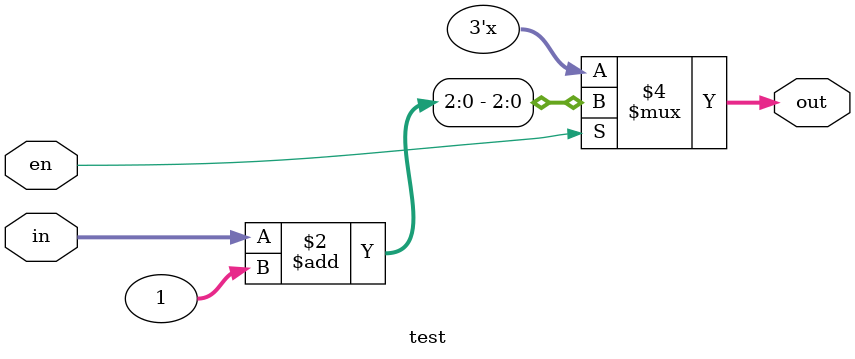
<source format=v>
module test(en, in, out);
input en;
input [1:0] in;
output reg [2:0] out;

always @ (en or in)
	if(en)
		out = in + 1;
endmodule		

</source>
